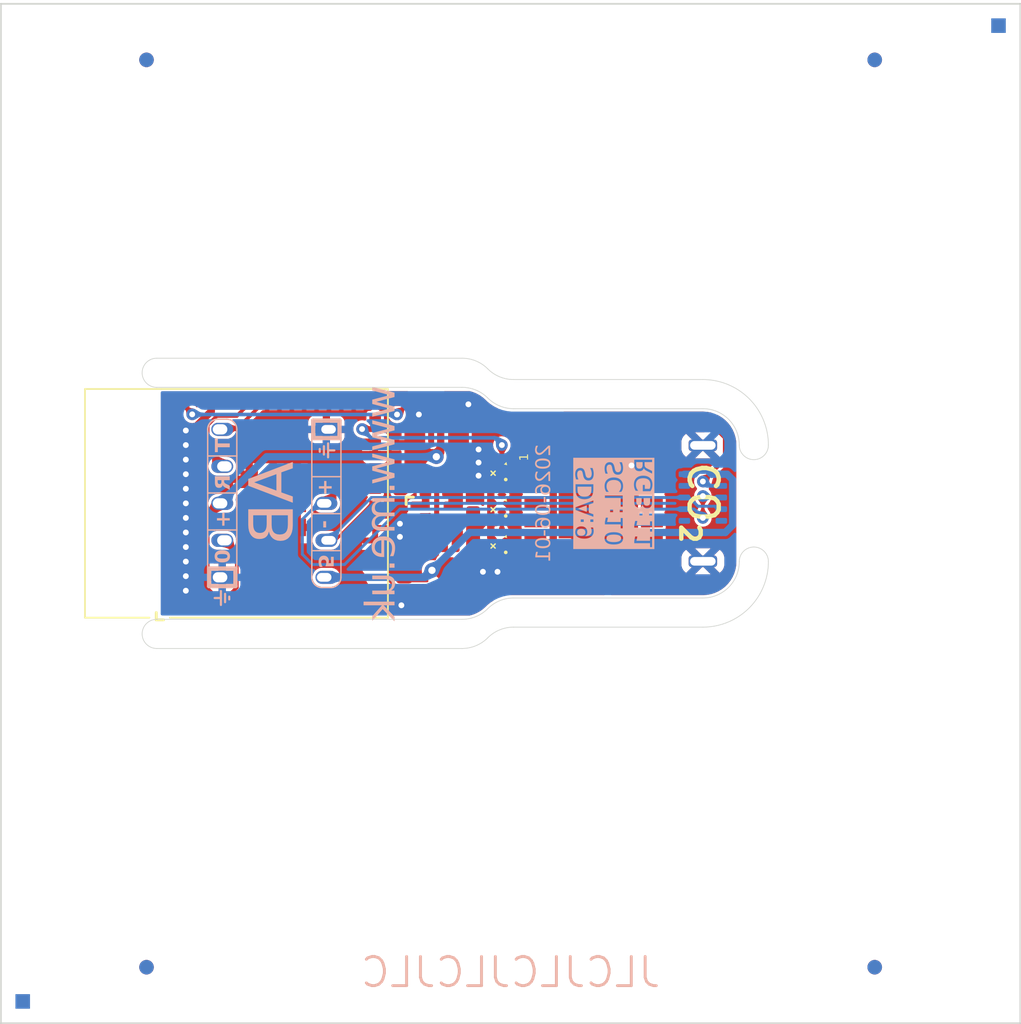
<source format=kicad_pcb>
(kicad_pcb (version 20221018) (generator pcbnew)
  (title_block (title "PCB-USBA") (rev "1") (comment 1 "www.me.uk") (comment 2 "@TheRealRevK"))
  (layers (0 "F.Cu" signal) (31 "B.Cu" signal) (34 "B.Paste" user) (35 "F.Paste" user) (36 "B.SilkS" user "B.Silkscreen") (37 "F.SilkS" user "F.Silkscreen") (38 "B.Mask" user) (39 "F.Mask" user) (44 "Edge.Cuts" user))
  (property "DATE" "2023-06-01")
  (net 0 "")
  (net 1 "Net-(D1-O)")
  (net 2 "GND")
  (net 3 "Net-(U2-EN)")
  (net 4 "D-")
  (net 5 "D+")
  (net 7 "Net-(J2-Rx)")
  (net 8 "Net-(J2-Tx)")
  (net 13 "+3.3V")
  (net 18 "SDA")
  (net 19 "SCL")
  (net 22 "VBUS")
  (net 32 "LED")
  (net 34 "Net-(D2-O)")
  (net 37 "Net-(J2-0)")
  (net 57 "Net-(J1-CC)")
  (footprint "RevK:C_0402" (layer "F.Cu") (at 99.4 100.55)
    (fp_text reference "C5" hide)
    (fp_text value "100nF" hide)
    (pad "1" smd roundrect (at -0.5 0) (size 0.54 0.64) (layers "F.Cu" "F.Paste" "F.Mask") (net 22 "VBUS"))
    (pad "2" smd roundrect (at 0.5 0) (size 0.54 0.64) (layers "F.Cu" "F.Paste" "F.Mask") (net 2 "GND"))
  )
  (footprint "RevK:C_0603_" (layer "F.Cu") (at 97.42 99.12 -90)
    (fp_text reference "C6" hide)
    (fp_text value "10uF 50V")
  )
  (footprint "RevK:SMD1010" (layer "F.Cu") (at 99.4 99.3 135)
    (fp_text reference "D2" hide)
    (fp_text value "XL-1010RGBC-WS2812B" hide)
    (fp_line (start -0.08 -0.73) (end 0.32 -0.73) (stroke (width 0.1)) (layer "F.SilkS"))
    (fp_line (start 0.12 -0.93) (end 0.12 -0.53) (stroke (width 0.1)) (layer "F.SilkS"))
    (fp_circle (center -0.8 -0.425) (end -0.675 -0.425) (fill solid) (layer "F.SilkS"))
    (fp_poly (pts (xy 0.023248 0.214442) (xy 0.023248 0.464442) (xy -0.176752 0.337718)) (fill solid) (layer "F.SilkS"))
    (pad "1" smd rect (at -0.425 -0.425 135) (size 0.45 0.45) (layers "F.Cu" "F.Paste" "F.Mask") (net 34 "Net-(D2-O)"))
    (pad "2" smd rect (at 0.425 -0.425 135) (size 0.45 0.45) (layers "F.Cu" "F.Paste" "F.Mask") (net 22 "VBUS"))
    (pad "3" smd rect (at -0.425 0.425 135) (size 0.45 0.45) (layers "F.Cu" "F.Paste" "F.Mask") (net 2 "GND"))
    (pad "4" smd rect (at 0.425 0.425 135) (size 0.45 0.45) (layers "F.Cu" "F.Paste" "F.Mask") (net 1 "Net-(D1-O)"))
  )
  (footprint "RevK:SOT-23-6-MD8942" (layer "F.Cu") (at 94.925 100.425 180)
    (fp_text reference "U5" hide)
    (fp_text value "MD8942")
    (fp_line (start 1.6 1.55) (end 2.1 1.55) (stroke (width 0.2)) (layer "F.SilkS"))
    (fp_line (start 2.1 1.55) (end 2.1 1.05) (stroke (width 0.2)) (layer "F.SilkS"))
    (pad "1" smd rect (at 0.7625 1.5 180) (size 0.525 0.8) (layers "F.Cu"))
    (pad "1" smd roundrect (at 0.775 2 180) (size 0.8 0.95) (layers "F.Cu" "F.Paste" "F.Mask"))
    (pad "1" smd roundrect (at 1.1375 0.95 180) (size 1.325 0.6) (layers "F.Cu" "F.Paste" "F.Mask"))
    (pad "2" smd roundrect (at 1.1375 0 180) (size 1.325 0.6) (layers "F.Cu" "F.Paste" "F.Mask") (net 2 "GND"))
    (pad "2" smd rect (at 1.8 0 180) (size 0.8 0.6) (layers "F.Cu") (net 2 "GND"))
    (pad "2" smd roundrect (at 2.300001 -1.9 180) (size 0.54 0.64) (layers "F.Cu" "F.Paste" "F.Mask") (net 2 "GND"))
    (pad "2" smd roundrect (at 2.5 -0.72 180) (size 0.95 3) (layers "F.Cu") (net 2 "GND"))
    (pad "2" smd roundrect (at 2.5 0.525 180) (size 0.95 0.8) (layers "F.Cu" "F.Paste" "F.Mask") (net 2 "GND"))
    (pad "3" smd roundrect (at 0.5 -1.9 180) (size 0.54 0.64) (layers "F.Cu" "F.Paste" "F.Mask"))
    (pad "3" smd rect (at 0.625 -1.355 180) (size 0.29 0.89) (layers "F.Cu"))
    (pad "3" smd roundrect (at 1.1375 -0.95 180) (size 1.325 0.6) (layers "F.Cu" "F.Paste" "F.Mask"))
    (pad "3" smd rect (at 1.3 -1.45 180) (size 0.54 1) (layers "F.Cu"))
    (pad "3" smd roundrect (at 1.300001 -1.9 180) (size 0.54 0.64) (layers "F.Cu" "F.Paste" "F.Mask"))
    (pad "4" smd roundrect (at -1.3 -1.9 180) (size 0.54 0.64) (layers "F.Cu" "F.Paste" "F.Mask"))
    (pad "4" smd rect (at -1.3 -1.42 180) (size 0.54 1) (layers "F.Cu"))
    (pad "4" smd roundrect (at -1.1375 -0.95 180) (size 1.325 0.6) (layers "F.Cu" "F.Paste" "F.Mask"))
    (pad "5" smd roundrect (at -2.5 -0.72 180) (size 0.95 3) (layers "F.Cu") (net 22 "VBUS"))
    (pad "5" smd roundrect (at -2.5 0.525 180) (size 0.95 0.8) (layers "F.Cu" "F.Paste" "F.Mask") (net 22 "VBUS"))
    (pad "5" smd roundrect (at -2.3 -1.9 180) (size 0.54 0.64) (layers "F.Cu" "F.Paste" "F.Mask") (net 22 "VBUS"))
    (pad "5" smd rect (at -1.8 0 180) (size 0.8 0.6) (layers "F.Cu") (net 22 "VBUS"))
    (pad "5" smd roundrect (at -1.1375 0 180) (size 1.325 0.6) (layers "F.Cu" "F.Paste" "F.Mask") (net 22 "VBUS"))
    (pad "6" smd rect (at -1.5 4.6 180) (size 1.425 3.7) (layers "F.Cu" "F.Mask"))
    (pad "6" smd rect (at -1.3 1.975 180) (size 1 2) (layers "F.Cu"))
    (pad "6" smd roundrect (at -1.1375 0.95 180) (size 1.325 0.6) (layers "F.Cu" "F.Paste" "F.Mask"))
    (pad "6" smd roundrect (at -0.775 2 180) (size 0.8 0.95) (layers "F.Cu" "F.Paste" "F.Mask"))
    (pad "7" smd roundrect (at -2.69375 4.2 180) (size 0.5625 4.5) (layers "F.Cu") (net 2 "GND"))
    (pad "7" smd roundrect (at -2.5 2.075 180) (size 0.95 0.8) (layers "F.Cu" "F.Paste" "F.Mask") (net 2 "GND"))
    (pad "8" smd roundrect (at -0.5 -1.9 180) (size 0.54 0.64) (layers "F.Cu" "F.Paste" "F.Mask") (net 13 "+3.3V"))
    (pad "8" smd custom (at 0 0.8 180) (size 0.35 3) (layers "F.Cu") (net 13 "+3.3V") (options (clearance outline) (anchor rect)) (primitives (gr_arc (start -0.5 -2.71) (mid -0.129059 -2.154847) (end 0.001198 -1.5) (width 0.35)) (gr_arc (start 1.5 3) (mid 0.43934 2.56066) (end 0 1.5) (width 0.35))))
    (pad "8" smd rect (at 1.5 4.6 180) (size 1.425 3.7) (layers "F.Cu" "F.Mask") (net 13 "+3.3V"))
    (pad "8" smd custom (at 1.8 3.6 180) (size 0.7 2) (layers "F.Cu") (net 13 "+3.3V") (options (clearance outline) (anchor rect)) (primitives (gr_arc (start 0 -1) (mid 0.146447 -1.353553) (end 0.5 -1.5) (width 0.7))))
    (pad "8" smd roundrect (at 2.5 2.075 180) (size 0.95 0.8) (layers "F.Cu" "F.Paste" "F.Mask") (net 13 "+3.3V"))
  )
  (footprint "RevK:C_0603_" (layer "F.Cu") (at 94.92 98.42 180)
    (fp_text reference "C8" hide)
    (fp_text value "100nF")
  )
  (footprint "RevK:C_0402" (layer "F.Cu") (at 92.7 92.3 180)
    (fp_text reference "C3" hide)
    (fp_text value "1uF" hide)
    (pad "1" smd roundrect (at -0.5 0 180) (size 0.54 0.64) (layers "F.Cu" "F.Paste" "F.Mask") (net 3 "Net-(U2-EN)"))
    (pad "2" smd roundrect (at 0.5 0 180) (size 0.54 0.64) (layers "F.Cu" "F.Paste" "F.Mask") (net 2 "GND"))
  )
  (footprint "RevK:SMD1010" (layer "F.Cu") (at 99.4 96.8 135)
    (fp_text reference "D1" hide)
    (fp_text value "XL-1010RGBC-WS2812B" hide)
    (fp_line (start -0.08 -0.73) (end 0.32 -0.73) (stroke (width 0.1)) (layer "F.SilkS"))
    (fp_line (start 0.12 -0.93) (end 0.12 -0.53) (stroke (width 0.1)) (layer "F.SilkS"))
    (fp_circle (center -0.8 -0.425) (end -0.675 -0.425) (fill solid) (layer "F.SilkS"))
    (fp_poly (pts (xy 0.023248 0.214442) (xy 0.023248 0.464442) (xy -0.176752 0.337718)) (fill solid) (layer "F.SilkS"))
    (pad "1" smd rect (at -0.425 -0.425 135) (size 0.45 0.45) (layers "F.Cu" "F.Paste" "F.Mask") (net 1 "Net-(D1-O)"))
    (pad "2" smd rect (at 0.425 -0.425 135) (size 0.45 0.45) (layers "F.Cu" "F.Paste" "F.Mask") (net 22 "VBUS"))
    (pad "3" smd rect (at -0.425 0.425 135) (size 0.45 0.45) (layers "F.Cu" "F.Paste" "F.Mask") (net 2 "GND"))
    (pad "4" smd rect (at 0.425 0.425 135) (size 0.45 0.45) (layers "F.Cu" "F.Paste" "F.Mask") (net 32 "LED"))
  )
  (footprint "RevK:R_0402_" (layer "F.Cu") (at 94.92 102.32 180)
    (fp_text reference "R9" hide)
    (fp_text value "124k" hide)
  )
  (footprint "RevK:VCUT70N" (layer "F.Cu") (at 115.7 99.8 -90)
    (fp_text reference "V2" hide)
    (fp_text value "70")
    (zone (net 0) (net_name "") (layers "F.Cu" "Cmts.User") (connect_pads (clearance 0)) (min_thickness 0.25)
      (keepout (tracks not_allowed) (vias allowed) (pads allowed) (copperpour not_allowed) (footprints allowed))
      (fill (thermal_gap 0.5) (thermal_bridge_width 0.5))
      (polygon (pts (xy 115.5 134.8) (xy 115.9 134.8) (xy 115.9 64.8) (xy 115.5 64.8)))
    )
    (zone (net 0) (net_name "") (layers "B.Cu" "Cmts.User") (connect_pads (clearance 0)) (min_thickness 0.25)
      (keepout (tracks not_allowed) (vias allowed) (pads allowed) (copperpour not_allowed) (footprints allowed))
      (fill (thermal_gap 0.5) (thermal_bridge_width 0.5))
      (polygon (pts (xy 115.5 134.8) (xy 115.9 134.8) (xy 115.9 64.8) (xy 115.5 64.8)))
    )
  )
  (footprint "RevK:R_0402_" (layer "F.Cu") (at 96.72 102.32 180)
    (fp_text reference "R11" hide)
    (fp_text value "1M" hide)
  )
  (footprint "RevK:SCD41" (layer "F.Cu") (at 105.7 99.3)
    (fp_text reference "U3" hide)
    (fp_text value "SCD41-D-R1")
    (fp_text user "1" (at -4.4 -2.9 90 unlocked) (layer "F.SilkS") (effects (font (size 0.6 0.6)) (justify left bottom)))
    (pad "1" smd rect (at -4 -2.5) (size 1.5 0.8) (layers "F.Cu" "F.Paste" "F.Mask"))
    (pad "2" smd rect (at -4 -1.25) (size 1.5 0.8) (layers "F.Cu" "F.Paste" "F.Mask"))
    (pad "3" smd rect (at -4 0) (size 1.5 0.8) (layers "F.Cu" "F.Paste" "F.Mask"))
    (pad "4" smd rect (at -4 1.25) (size 1.5 0.8) (layers "F.Cu" "F.Paste" "F.Mask"))
    (pad "5" smd rect (at -4 2.5) (size 1.5 0.8) (layers "F.Cu" "F.Paste" "F.Mask"))
    (pad "6" smd rect (at -2.5 4 90) (size 1.5 0.8) (layers "F.Cu" "F.Paste" "F.Mask") (net 2 "GND"))
    (pad "7" smd rect (at -1.25 4 90) (size 1.5 0.8) (layers "F.Cu" "F.Paste" "F.Mask") (net 13 "+3.3V"))
    (pad "8" smd rect (at 0 4 90) (size 1.5 0.8) (layers "F.Cu" "F.Paste" "F.Mask"))
    (pad "9" smd rect (at 1.25 4 90) (size 1.5 0.8) (layers "F.Cu" "F.Paste" "F.Mask") (net 19 "SCL"))
    (pad "10" smd rect (at 2.5 4 90) (size 1.5 0.8) (layers "F.Cu" "F.Paste" "F.Mask") (net 18 "SDA"))
    (pad "11" smd rect (at 4 2.5 180) (size 1.5 0.8) (layers "F.Cu" "F.Paste" "F.Mask"))
    (pad "12" smd rect (at 4 1.25 180) (size 1.5 0.8) (layers "F.Cu" "F.Paste" "F.Mask"))
    (pad "13" smd rect (at 4 0 180) (size 1.5 0.8) (layers "F.Cu" "F.Paste" "F.Mask"))
    (pad "14" smd rect (at 4 -1.25 180) (size 1.5 0.8) (layers "F.Cu" "F.Paste" "F.Mask"))
    (pad "15" smd rect (at 4 -2.5 180) (size 1.5 0.8) (layers "F.Cu" "F.Paste" "F.Mask"))
    (pad "16" smd rect (at 2.5 -4 270) (size 1.5 0.8) (layers "F.Cu" "F.Paste" "F.Mask"))
    (pad "17" smd rect (at 1.25 -4 270) (size 1.5 0.8) (layers "F.Cu" "F.Paste" "F.Mask"))
    (pad "18" smd rect (at 0 -4 270) (size 1.5 0.8) (layers "F.Cu" "F.Paste" "F.Mask"))
    (pad "19" smd rect (at -1.25 -4 270) (size 1.5 0.8) (layers "F.Cu" "F.Paste" "F.Mask") (net 13 "+3.3V"))
    (pad "20" smd rect (at -2.5 -4 270) (size 1.5 0.8) (layers "F.Cu" "F.Paste" "F.Mask") (net 2 "GND"))
    (pad "21" smd rect (at -1.2 -1.2) (size 2.4 2.4) (layers "F.Cu" "F.Paste" "F.Mask") (net 2 "GND"))
    (pad "21" smd rect (at -1.2 1.2) (size 2.4 2.4) (layers "F.Cu" "F.Paste" "F.Mask") (net 2 "GND"))
    (pad "21" smd rect (at 1.2 -1.2) (size 2.4 2.4) (layers "F.Cu" "F.Paste" "F.Mask") (net 2 "GND"))
    (pad "21" smd rect (at 1.2 1.2) (size 2.4 2.4) (layers "F.Cu" "F.Paste" "F.Mask") (net 2 "GND"))
  )
  (footprint "RevK:R_0402" (layer "F.Cu") (at 113.2 93.8 180)
    (fp_text reference "R2" hide)
    (fp_text value "5K1" hide)
    (pad "1" smd roundrect (at -0.5 0 180) (size 0.54 0.64) (layers "F.Cu" "F.Paste" "F.Mask") (net 57 "Net-(J1-CC)"))
    (pad "2" smd roundrect (at 0.5 0 180) (size 0.54 0.64) (layers "F.Cu" "F.Paste" "F.Mask") (net 2 "GND"))
  )
  (footprint "RevK:C_0402" (layer "F.Cu") (at 92.1 96.6 90)
    (fp_text reference "C1" hide)
    (fp_text value "100nF" hide)
    (pad "1" smd roundrect (at -0.5 0 90) (size 0.54 0.64) (layers "F.Cu" "F.Paste" "F.Mask") (net 13 "+3.3V"))
    (pad "2" smd roundrect (at 0.5 0 90) (size 0.54 0.64) (layers "F.Cu" "F.Paste" "F.Mask") (net 2 "GND"))
  )
  (footprint "RevK:SMD1010" (layer "F.Cu") (at 99.4 101.8 135)
    (fp_text reference "D3" hide)
    (fp_text value "XL-1010RGBC-WS2812B" hide)
    (fp_line (start -0.08 -0.73) (end 0.32 -0.73) (stroke (width 0.1)) (layer "F.SilkS"))
    (fp_line (start 0.12 -0.93) (end 0.12 -0.53) (stroke (width 0.1)) (layer "F.SilkS"))
    (fp_circle (center -0.8 -0.425) (end -0.675 -0.425) (fill solid) (layer "F.SilkS"))
    (fp_poly (pts (xy 0.023248 0.214442) (xy 0.023248 0.464442) (xy -0.176752 0.337718)) (fill solid) (layer "F.SilkS"))
    (pad "1" smd rect (at -0.425 -0.425 135) (size 0.45 0.45) (layers "F.Cu" "F.Paste" "F.Mask"))
    (pad "2" smd rect (at 0.425 -0.425 135) (size 0.45 0.45) (layers "F.Cu" "F.Paste" "F.Mask") (net 22 "VBUS"))
    (pad "3" smd rect (at -0.425 0.425 135) (size 0.45 0.45) (layers "F.Cu" "F.Paste" "F.Mask") (net 2 "GND"))
    (pad "4" smd rect (at 0.425 0.425 135) (size 0.45 0.45) (layers "F.Cu" "F.Paste" "F.Mask") (net 34 "Net-(D2-O)"))
  )
  (footprint "RevK:C_0603_" (layer "F.Cu") (at 92.42 99.12 90)
    (fp_text reference "C7" hide)
    (fp_text value "10uF 6.3V")
  )
  (footprint "RevK:C_1206" (layer "F.Cu") (at 94.175 103.9)
    (fp_text reference "C10" hide)
    (fp_text value "100uF 6.3V")
    (pad "1" smd roundrect (at -1.475 0) (size 1.15 1.8) (layers "F.Cu" "F.Paste" "F.Mask") (roundrect_rratio 0.2173913043) (net 2 "GND"))
    (pad "2" smd roundrect (at 1.475 0) (size 1.15 1.8) (layers "F.Cu" "F.Paste" "F.Mask") (roundrect_rratio 0.2173913043) (net 22 "VBUS"))
  )
  (footprint "RevK:VCUT70N" (layer "F.Cu") (at 75.7 99.8 90)
    (fp_text reference "V1" hide)
    (fp_text value "70")
    (zone (net 0) (net_name "") (layers "F.Cu" "Cmts.User") (connect_pads (clearance 0)) (min_thickness 0.25)
      (keepout (tracks not_allowed) (vias allowed) (pads allowed) (copperpour not_allowed) (footprints allowed))
      (fill (thermal_gap 0.5) (thermal_bridge_width 0.5))
      (polygon (pts (xy 75.9 64.8) (xy 75.5 64.8) (xy 75.5 134.8) (xy 75.9 134.8)))
    )
    (zone (net 0) (net_name "") (layers "B.Cu" "Cmts.User") (connect_pads (clearance 0)) (min_thickness 0.25)
      (keepout (tracks not_allowed) (vias allowed) (pads allowed) (copperpour not_allowed) (footprints allowed))
      (fill (thermal_gap 0.5) (thermal_bridge_width 0.5))
      (polygon (pts (xy 75.9 64.8) (xy 75.5 64.8) (xy 75.5 134.8) (xy 75.9 134.8)))
    )
  )
  (footprint "RevK:L_4x4_" (layer "F.Cu") (at 94.92 95.82 180)
    (fp_text reference "L2" hide)
    (fp_text value "10uH")
  )
  (footprint "RevK:C_0402" (layer "F.Cu") (at 99.4 98.1)
    (fp_text reference "C4" hide)
    (fp_text value "100nF" hide)
    (pad "1" smd roundrect (at -0.5 0) (size 0.54 0.64) (layers "F.Cu" "F.Paste" "F.Mask") (net 22 "VBUS"))
    (pad "2" smd roundrect (at 0.5 0) (size 0.54 0.64) (layers "F.Cu" "F.Paste" "F.Mask") (net 2 "GND"))
  )
  (footprint "RevK:R_0402" (layer "F.Cu") (at 94.7 92.3 180)
    (fp_text reference "R1" hide)
    (fp_text value "10K" hide)
    (pad "1" smd roundrect (at -0.5 0 180) (size 0.54 0.64) (layers "F.Cu" "F.Paste" "F.Mask") (net 13 "+3.3V"))
    (pad "2" smd roundrect (at 0.5 0 180) (size 0.54 0.64) (layers "F.Cu" "F.Paste" "F.Mask") (net 3 "Net-(U2-EN)"))
  )
  (footprint "RevK:ESP32-S3-MINI-1" (layer "F.Cu") (at 83.7 99.3 90)
    (fp_text reference "U2" hide)
    (fp_text value "ESP32-S3-MINI-1" hide)
    (fp_line (start -8 -8.03) (end -8 -7.53) (stroke (width 0.2)) (layer "F.SilkS"))
    (fp_line (start -7.85 -12.925) (end -7.85 -8.5) (stroke (width 0.12)) (layer "F.SilkS"))
    (fp_line (start -7.85 -12.925) (end 7.85 -12.925) (stroke (width 0.12)) (layer "F.SilkS"))
    (fp_line (start -7.85 -7.1) (end -7.85 7.875) (stroke (width 0.12)) (layer "F.SilkS"))
    (fp_line (start -7.85 7.875) (end 7.85 7.875) (stroke (width 0.12)) (layer "F.SilkS"))
    (fp_line (start -7.5 -8.03) (end -8 -8.03) (stroke (width 0.2)) (layer "F.SilkS"))
    (fp_line (start 7.85 -12.925) (end 7.85 7.875) (stroke (width 0.12)) (layer "F.SilkS"))
    (pad "1" smd rect (at -7 -5.95 180) (size 0.4 0.8) (layers "F.Cu" "F.Paste" "F.Mask") (net 2 "GND"))
    (pad "2" smd rect (at -7 -5.1 180) (size 0.4 0.8) (layers "F.Cu" "F.Paste" "F.Mask") (net 2 "GND"))
    (pad "3" smd rect (at -7 -4.25 180) (size 0.4 0.8) (layers "F.Cu" "F.Paste" "F.Mask") (net 13 "+3.3V"))
    (pad "4" smd rect (at -7 -3.4 180) (size 0.4 0.8) (layers "F.Cu" "F.Paste" "F.Mask") (net 37 "Net-(J2-0)"))
    (pad "5" smd rect (at -7 -2.55 180) (size 0.4 0.8) (layers "F.Cu" "F.Paste" "F.Mask"))
    (pad "6" smd rect (at -7 -1.7 180) (size 0.4 0.8) (layers "F.Cu" "F.Paste" "F.Mask"))
    (pad "7" smd rect (at -7 -0.85 180) (size 0.4 0.8) (layers "F.Cu" "F.Paste" "F.Mask"))
    (pad "8" smd rect (at -7 0 180) (size 0.4 0.8) (layers "F.Cu" "F.Paste" "F.Mask"))
    (pad "9" smd rect (at -7 0.85 180) (size 0.4 0.8) (layers "F.Cu" "F.Paste" "F.Mask"))
    (pad "10" smd rect (at -7 1.7 180) (size 0.4 0.8) (layers "F.Cu" "F.Paste" "F.Mask"))
    (pad "11" smd rect (at -7 2.55 180) (size 0.4 0.8) (layers "F.Cu" "F.Paste" "F.Mask"))
    (pad "12" smd rect (at -7 3.4 180) (size 0.4 0.8) (layers "F.Cu" "F.Paste" "F.Mask"))
    (pad "13" smd rect (at -7 4.25 180) (size 0.4 0.8) (layers "F.Cu" "F.Paste" "F.Mask"))
    (pad "14" smd rect (at -7 5.1 180) (size 0.4 0.8) (layers "F.Cu" "F.Paste" "F.Mask"))
    (pad "15" smd rect (at -7 5.95 180) (size 0.4 0.8) (layers "F.Cu" "F.Paste" "F.Mask"))
    (pad "16" smd rect (at -5.95 7 90) (size 0.4 0.8) (layers "F.Cu" "F.Paste" "F.Mask") (net 18 "SDA"))
    (pad "17" smd rect (at -5.1 7 90) (size 0.4 0.8) (layers "F.Cu" "F.Paste" "F.Mask") (net 19 "SCL"))
    (pad "18" smd rect (at -4.25 7 90) (size 0.4 0.8) (layers "F.Cu" "F.Paste" "F.Mask") (net 2 "GND"))
    (pad "19" smd rect (at -3.4 7 90) (size 0.4 0.8) (layers "F.Cu" "F.Paste" "F.Mask") (net 2 "GND"))
    (pad "20" smd rect (at -2.55 7 90) (size 0.4 0.8) (layers "F.Cu" "F.Paste" "F.Mask") (net 2 "GND"))
    (pad "21" smd rect (at -1.7 7 90) (size 0.4 0.8) (layers "F.Cu" "F.Paste" "F.Mask") (net 2 "GND"))
    (pad "22" smd rect (at -0.85 7 90) (size 0.4 0.8) (layers "F.Cu" "F.Paste" "F.Mask") (net 2 "GND"))
    (pad "23" smd rect (at 0 7 90) (size 0.4 0.8) (layers "F.Cu" "F.Paste" "F.Mask") (net 4 "D-"))
    (pad "24" smd rect (at 0.85 7 90) (size 0.4 0.8) (layers "F.Cu" "F.Paste" "F.Mask") (net 5 "D+"))
    (pad "25" smd rect (at 1.7 7 90) (size 0.4 0.8) (layers "F.Cu" "F.Paste" "F.Mask"))
    (pad "26" smd rect (at 2.55 7 90) (size 0.4 0.8) (layers "F.Cu" "F.Paste" "F.Mask"))
    (pad "27" smd rect (at 3.4 7 90) (size 0.4 0.8) (layers "F.Cu" "F.Paste" "F.Mask") (net 2 "GND"))
    (pad "28" smd rect (at 4.25 7 90) (size 0.4 0.8) (layers "F.Cu" "F.Paste" "F.Mask") (net 2 "GND"))
    (pad "29" smd rect (at 5.1 7 90) (size 0.4 0.8) (layers "F.Cu" "F.Paste" "F.Mask") (net 32 "LED"))
    (pad "30" smd rect (at 5.95 7 90) (size 0.4 0.8) (layers "F.Cu" "F.Paste" "F.Mask"))
    (pad "31" smd rect (at 7 5.95 180) (size 0.4 0.8) (layers "F.Cu" "F.Paste" "F.Mask"))
    (pad "32" smd rect (at 7 5.1 180) (size 0.4 0.8) (layers "F.Cu" "F.Paste" "F.Mask"))
    (pad "33" smd rect (at 7 4.25 180) (size 0.4 0.8) (layers "F.Cu" "F.Paste" "F.Mask"))
    (pad "34" smd rect (at 7 3.4 180) (size 0.4 0.8) (layers "F.Cu" "F.Paste" "F.Mask"))
    (pad "35" smd rect (at 7 2.55 180) (size 0.4 0.8) (layers "F.Cu" "F.Paste" "F.Mask"))
    (pad "36" smd rect (at 7 1.7 180) (size 0.4 0.8) (layers "F.Cu" "F.Paste" "F.Mask"))
    (pad "37" smd rect (at 7 0.85 180) (size 0.4 0.8) (layers "F.Cu" "F.Paste" "F.Mask"))
    (pad "38" smd rect (at 7 0 180) (size 0.4 0.8) (layers "F.Cu" "F.Paste" "F.Mask"))
    (pad "39" smd rect (at 7 -0.85 180) (size 0.4 0.8) (layers "F.Cu" "F.Paste" "F.Mask") (net 8 "Net-(J2-Tx)"))
    (pad "40" smd rect (at 7 -1.7 180) (size 0.4 0.8) (layers "F.Cu" "F.Paste" "F.Mask") (net 7 "Net-(J2-Rx)"))
    (pad "41" smd rect (at 7 -2.55 180) (size 0.4 0.8) (layers "F.Cu" "F.Paste" "F.Mask"))
    (pad "42" smd rect (at 7 -3.4 180) (size 0.4 0.8) (layers "F.Cu" "F.Paste" "F.Mask") (net 2 "GND"))
    (pad "43" smd rect (at 7 -4.25 180) (size 0.4 0.8) (layers "F.Cu" "F.Paste" "F.Mask") (net 2 "GND"))
    (pad "44" smd rect (at 7 -5.1 180) (size 0.4 0.8) (layers "F.Cu" "F.Paste" "F.Mask") (net 2 "GND"))
    (pad "45" smd rect (at 7 -5.95 180) (size 0.4 0.8) (layers "F.Cu" "F.Paste" "F.Mask") (net 3 "Net-(U2-EN)"))
    (pad "46" smd rect (at 5.95 -7 90) (size 0.4 0.8) (layers "F.Cu" "F.Paste" "F.Mask") (net 2 "GND"))
    (pad "47" smd rect (at 5.1 -7 90) (size 0.4 0.8) (layers "F.Cu" "F.Paste" "F.Mask") (net 2 "GND"))
    (pad "48" smd rect (at 4.25 -7 90) (size 0.4 0.8) (layers "F.Cu" "F.Paste" "F.Mask") (net 2 "GND"))
    (pad "49" smd rect (at 3.4 -7 90) (size 0.4 0.8) (layers "F.Cu" "F.Paste" "F.Mask") (net 2 "GND"))
    (pad "50" smd rect (at 2.55 -7 90) (size 0.4 0.8) (layers "F.Cu" "F.Paste" "F.Mask") (net 2 "GND"))
    (pad "51" smd rect (at 1.7 -7 90) (size 0.4 0.8) (layers "F.Cu" "F.Paste" "F.Mask") (net 2 "GND"))
    (pad "52" smd rect (at 0.85 -7 90) (size 0.4 0.8) (layers "F.Cu" "F.Paste" "F.Mask") (net 2 "GND"))
    (pad "53" smd rect (at 0 -7 90) (size 0.4 0.8) (layers "F.Cu" "F.Paste" "F.Mask") (net 2 "GND"))
    (pad "54" smd rect (at -0.85 -7 90) (size 0.4 0.8) (layers "F.Cu" "F.Paste" "F.Mask") (net 2 "GND"))
    (pad "55" smd rect (at -1.7 -7 90) (size 0.4 0.8) (layers "F.Cu" "F.Paste" "F.Mask") (net 2 "GND"))
    (pad "56" smd rect (at -2.55 -7 90) (size 0.4 0.8) (layers "F.Cu" "F.Paste" "F.Mask") (net 2 "GND"))
    (pad "57" smd rect (at -3.4 -7 90) (size 0.4 0.8) (layers "F.Cu" "F.Paste" "F.Mask") (net 2 "GND"))
    (pad "58" smd rect (at -4.25 -7 90) (size 0.4 0.8) (layers "F.Cu" "F.Paste" "F.Mask") (net 2 "GND"))
    (pad "59" smd rect (at -5.1 -7 90) (size 0.4 0.8) (layers "F.Cu" "F.Paste" "F.Mask") (net 2 "GND"))
    (pad "60" smd rect (at -5.95 -7 90) (size 0.4 0.8) (layers "F.Cu" "F.Paste" "F.Mask") (net 2 "GND"))
    (pad "61" smd roundrect (at -1.65 -1.65 90) (size 1.2 1.2) (layers "F.Cu" "F.Paste" "F.Mask") (roundrect_rratio 0) (chamfer_ratio 0.5) (chamfer top_left) (net 2 "GND"))
    (pad "61" smd rect (at -1.65 0 180) (size 1.2 1.2) (layers "F.Cu" "F.Paste" "F.Mask") (net 2 "GND"))
    (pad "61" smd rect (at -1.65 1.65 180) (size 1.2 1.2) (layers "F.Cu" "F.Paste" "F.Mask") (net 2 "GND"))
    (pad "61" smd rect (at 0 -1.65 90) (size 1.2 1.2) (layers "F.Cu" "F.Paste" "F.Mask") (net 2 "GND"))
    (pad "61" smd rect (at 0 0 90) (size 1.2 1.2) (layers "F.Cu" "F.Paste" "F.Mask") (net 2 "GND"))
    (pad "61" smd rect (at 0 1.65 90) (size 1.2 1.2) (layers "F.Cu" "F.Paste" "F.Mask") (net 2 "GND"))
    (pad "61" smd rect (at 1.65 -1.65 90) (size 1.2 1.2) (layers "F.Cu" "F.Paste" "F.Mask") (net 2 "GND"))
    (pad "61" smd rect (at 1.65 0 90) (size 1.2 1.2) (layers "F.Cu" "F.Paste" "F.Mask") (net 2 "GND"))
    (pad "61" smd rect (at 1.65 1.65 90) (size 1.2 1.2) (layers "F.Cu" "F.Paste" "F.Mask") (net 2 "GND"))
    (pad "62" smd rect (at -7 -7 90) (size 0.8 0.8) (layers "F.Cu" "F.Paste" "F.Mask") (net 2 "GND"))
    (pad "63" smd rect (at -7 7 90) (size 0.8 0.8) (layers "F.Cu" "F.Paste" "F.Mask") (net 2 "GND"))
    (pad "64" smd rect (at 7 7 90) (size 0.8 0.8) (layers "F.Cu" "F.Paste" "F.Mask") (net 2 "GND"))
    (pad "65" smd rect (at 7 -7 90) (size 0.8 0.8) (layers "F.Cu" "F.Paste" "F.Mask") (net 2 "GND"))
    (zone (net 0) (net_name "") (layers "F.Cu" "In1.Cu" "In2.Cu" "In3.Cu" "In4.Cu" "In5.Cu" "In6.Cu" "In7.Cu" "In8.Cu" "In9.Cu" "In10.Cu" "In11.Cu" "In12.Cu" "In13.Cu" "In14.Cu" "In15.Cu" "In16.Cu" "In17.Cu" "In18.Cu" "In19.Cu" "In20.Cu" "In21.Cu" "In22.Cu" "In23.Cu" "In24.Cu" "In25.Cu" "In26.Cu" "In27.Cu" "In28.Cu" "In29.Cu" "In30.Cu") (connect_pads (clearance 0)) (min_thickness 0.01)
      (keepout (tracks not_allowed) (vias not_allowed) (pads not_allowed) (copperpour not_allowed) (footprints not_allowed))
      (fill (thermal_gap 0.508) (thermal_bridge_width 0.508))
      (polygon (pts (xy 70.925 107) (xy 70.925 91.6) (xy 75.975 91.6) (xy 75.975 107)))
    )
    (zone (net 0) (net_name "") (layer "B.Cu") (connect_pads (clearance 0)) (min_thickness 0.01)
      (keepout (tracks not_allowed) (vias not_allowed) (pads not_allowed) (copperpour not_allowed) (footprints not_allowed))
      (fill (thermal_gap 0.508) (thermal_bridge_width 0.508))
      (polygon (pts (xy 70.85 107) (xy 70.85 91.6) (xy 75.5 91.6) (xy 75.5 107)))
    )
  )
  (footprint "RevK:R_0402_" (layer "F.Cu") (at 93.12 102.32 180)
    (fp_text reference "R10" hide)
    (fp_text value "39k2" hide)
  )
  (footprint "RevK:C_0402" (layer "F.Cu") (at 92.1 94.7 90)
    (fp_text reference "C2" hide)
    (fp_text value "22uF" hide)
    (pad "1" smd roundrect (at -0.5 0 90) (size 0.54 0.64) (layers "F.Cu" "F.Paste" "F.Mask") (net 13 "+3.3V"))
    (pad "2" smd roundrect (at 0.5 0 90) (size 0.54 0.64) (layers "F.Cu" "F.Paste" "F.Mask") (net 2 "GND"))
  )
  (footprint "RevK:USB-PROG" (layer "B.Cu") (at 87.35 99.3 90)
    (fp_text reference "J3" hide)
    (fp_text value "USB-PROG")
    (fp_text user "⏚" (at 3.6375 0 270 unlocked) (layer "B.SilkS") (effects (justify mirror)))
    (fp_text user "-" (at -1.4425 -0.1 270 unlocked) (layer "B.SilkS") (effects (font (thickness 0.1) bold) (justify mirror)))
    (fp_text user "+" (at 1.0975 -0.1 270 unlocked) (layer "B.SilkS") (effects (font (thickness 0.1) bold) (justify mirror)))
    (fp_text user "5" (at -3.9825 -0.1 270 unlocked) (layer "B.SilkS") (effects (font (thickness 0.1) bold) (justify mirror)))
    (fp_line (start -5.78 0.3) (end -5.78 -0.3) (stroke (width 0.1)) (layer "B.SilkS"))
    (fp_line (start -5.08 1) (end 4.52 1) (stroke (width 0.1)) (layer "B.SilkS"))
    (fp_line (start -3.25 -1) (end -3.25 1) (stroke (width 0.1)) (layer "B.SilkS"))
    (fp_line (start -0.71 -1) (end -0.71 1) (stroke (width 0.1)) (layer "B.SilkS"))
    (fp_line (start 1.83 -1) (end 1.83 1) (stroke (width 0.1)) (layer "B.SilkS"))
    (fp_line (start 4.475 0.905) (end 4.475 -0.905) (stroke (width 0.29)) (layer "B.SilkS"))
    (fp_line (start 4.52 -1) (end -5.08 -1) (stroke (width 0.1)) (layer "B.SilkS"))
    (fp_line (start 4.52 -0.905) (end 5.685 -0.905) (stroke (width 0.29)) (layer "B.SilkS"))
    (fp_line (start 4.55 0.905) (end 5.685 0.905) (stroke (width 0.29)) (layer "B.SilkS"))
    (fp_line (start 5.685 0.905) (end 5.685 -0.905) (stroke (width 0.29)) (layer "B.SilkS"))
    (fp_arc (start -5.78 -0.3) (mid -5.574974 -0.794974) (end -5.08 -1) (stroke (width 0.1)) (layer "B.SilkS"))
    (fp_arc (start -5.08 1) (mid -5.574974 0.794974) (end -5.78 0.3) (stroke (width 0.1)) (layer "B.SilkS"))
    (pad "1" thru_hole oval (at -5.08 -0.15) (size 1.5 0.9) (drill oval 1 0.6 (offset 0.15 0)) (layers "*.Cu" "*.Mask") (net 22 "VBUS"))
    (pad "2" thru_hole oval (at -2.54 0.15) (size 1.5 0.9) (drill oval 1 0.6 (offset -0.15 0)) (layers "*.Cu" "*.Mask") (net 4 "D-"))
    (pad "3" thru_hole oval (at 0 -0.15) (size 1.5 0.9) (drill oval 1 0.6 (offset 0.15 0)) (layers "*.Cu" "*.Mask") (net 5 "D+"))
    (pad "4" thru_hole rect (at 5.08 0.15 180) (size 1.5 0.9) (drill oval 1 0.6 (offset 0.15 0)) (layers "*.Cu" "*.Mask") (net 2 "GND"))
  )
  (footprint "RevK:USB-C-Plug-V" (layer "B.Cu") (at 113.2 99.3 90)
    (fp_text reference "J1" hide)
    (fp_text value "USB-C-Plug-V" hide)
    (pad "A1" smd roundrect (at 2.8 1.27 90) (size 0.4 0.79) (layers "B.Cu" "B.Paste" "B.Mask") (net 2 "GND"))
    (pad "A4" smd roundrect (at 2 1.27 90) (size 0.4 0.79) (layers "B.Cu" "B.Paste" "B.Mask") (net 22 "VBUS"))
    (pad "A5" smd roundrect (at 1.2 1.27 90) (size 0.4 0.79) (layers "B.Cu" "B.Paste" "B.Mask") (net 57 "Net-(J1-CC)"))
    (pad "A6" smd roundrect (at 0.4 1.27 90) (size 0.4 0.79) (layers "B.Cu" "B.Paste" "B.Mask") (net 5 "D+"))
    (pad "A7" smd roundrect (at -0.4 1.27 90) (size 0.4 0.79) (layers "B.Cu" "B.Paste" "B.Mask") (net 4 "D-"))
    (pad "A8" smd roundrect (at -1.2 1.27 90) (size 0.4 0.79) (layers "B.Cu" "B.Paste" "B.Mask"))
    (pad "A9" smd roundrect (at -2 1.27 90) (size 0.4 0.79) (layers "B.Cu" "B.Paste" "B.Mask") (net 22 "VBUS"))
    (pad "A12" smd roundrect (at -2.8 1.27 90) (size 0.4 0.79) (layers "B.Cu" "B.Paste" "B.Mask") (net 2 "GND"))
    (pad "B1" smd roundrect (at -2.8 -1.27 270) (size 0.4 0.79) (layers "B.Cu" "B.Paste" "B.Mask") (net 2 "GND"))
    (pad "B4" smd roundrect (at -2 -1.27 270) (size 0.4 0.79) (layers "B.Cu" "B.Paste" "B.Mask") (net 22 "VBUS"))
    (pad "B5" smd roundrect (at -1.2 -1.27 270) (size 0.4 0.79) (layers "B.Cu" "B.Paste" "B.Mask"))
    (pad "B6" smd roundrect (at -0.4 -1.27 270) (size 0.4 0.79) (layers "B.Cu" "B.Paste" "B.Mask") (net 5 "D+"))
    (pad "B7" smd roundrect (at 0.4 -1.27 270) (size 0.4 0.79) (layers "B.Cu" "B.Paste" "B.Mask") (net 4 "D-"))
    (pad "B8" smd roundrect (at 1.2 -1.27 270) (size 0.4 0.79) (layers "B.Cu" "B.Paste" "B.Mask"))
    (pad "B9" smd roundrect (at 2 -1.27 270) (size 0.4 0.79) (layers "B.Cu" "B.Paste" "B.Mask") (net 22 "VBUS"))
    (pad "B12" smd roundrect (at 2.8 -1.27 270) (size 0.4 0.79) (layers "B.Cu" "B.Paste" "B.Mask") (net 2 "GND"))
    (pad "S1" thru_hole roundrect (at -3.98 0 90) (size 0.79 1.95) (drill oval 0.59 1.75) (layers "*.Cu" "*.Mask") (net 2 "GND"))
    (pad "S2" thru_hole roundrect (at 3.98 0 90) (size 0.79 1.95) (drill oval 0.59 1.75) (layers "*.Cu" "*.Mask") (net 2 "GND"))
  )
  (footprint "RevK:PCB7070" (layer "B.Cu") (at 100 100 180)
    (fp_text reference "PCB1" hide)
    (fp_text value "70x70")
    (fp_text user "JLCJLCJLCJLC" (at 0 -31.5 unlocked) (layer "B.SilkS") (effects (font (size 2 2) (thickness 0.2)) (justify mirror)))
    (fp_rect (start -34 34) (end -33 33) (fill solid) (layer "B.Cu"))
    (fp_rect (start 33 -33) (end 34 -34) (fill solid) (layer "B.Cu"))
    (fp_line (start -35 -35) (end -35 35) (stroke (width 0.12)) (layer "Edge.Cuts"))
    (fp_line (start -35 35) (end 35 35) (stroke (width 0.12)) (layer "Edge.Cuts"))
    (fp_line (start 35 -35) (end -35 -35) (stroke (width 0.12)) (layer "Edge.Cuts"))
    (fp_line (start 35 35) (end 35 -35) (stroke (width 0.12)) (layer "Edge.Cuts"))
    (pad "" np_thru_hole circle (at -33 -33 180) (size 1.1 1.1) (drill 1.1) (layers "F&B.Cu" "*.Mask") (clearance 0.1))
    (pad "" np_thru_hole circle (at -30 -30 180) (size 2 2) (drill 2) (layers "F&B.Cu" "*.Mask") (clearance 0.1))
    (pad "" np_thru_hole circle (at -30 30 180) (size 2 2) (drill 2) (layers "F&B.Cu" "*.Mask") (clearance 0.1))
    (pad "" smd circle (at -25 -31.15 180) (size 1 1) (property pad_prop_fiducial_loc) (layers "F.Cu" "F.Paste" "F.Mask") (clearance 0.5))
    (pad "" smd circle (at -25 -31.15 180) (size 1 1) (property pad_prop_fiducial_loc) (layers "B.Cu" "B.Paste" "B.Mask") (clearance 0.5))
    (pad "" smd circle (at -25 31.15 180) (size 1 1) (property pad_prop_fiducial_loc) (layers "F.Cu" "F.Paste" "F.Mask") (clearance 0.5))
    (pad "" smd circle (at -25 31.15 180) (size 1 1) (property pad_prop_fiducial_loc) (layers "B.Cu" "B.Paste" "B.Mask") (clearance 0.5))
    (pad "" smd circle (at 25 -31.15 180) (size 1 1) (property pad_prop_fiducial_loc) (layers "F.Cu" "F.Paste" "F.Mask") (clearance 0.5))
    (pad "" smd circle (at 25 -31.15 180) (size 1 1) (property pad_prop_fiducial_loc) (layers "B.Cu" "B.Paste" "B.Mask") (clearance 0.5))
    (pad "" smd circle (at 25 31.15 180) (size 1 1) (property pad_prop_fiducial_loc) (layers "F.Cu" "F.Paste" "F.Mask") (clearance 0.5))
    (pad "" smd circle (at 25 31.15 180) (size 1 1) (property pad_prop_fiducial_loc) (layers "B.Cu" "B.Paste" "B.Mask") (clearance 0.5))
    (pad "" np_thru_hole circle (at 30 -30 180) (size 2 2) (drill 2) (layers "F&B.Cu" "*.Mask") (clearance 0.1))
    (pad "" np_thru_hole circle (at 30 30 180) (size 2 2) (drill 2) (layers "F&B.Cu" "*.Mask") (clearance 0.1))
    (pad "" np_thru_hole circle (at 33 33 180) (size 1.1 1.1) (drill 1.1) (layers "F&B.Cu" "*.Mask") (clearance 0.1))
  )
  (footprint "RevK:Shelly" (layer "B.Cu") (at 80.2 99.3 -90)
    (fp_text reference "J2" hide)
    (fp_text value "Shelly" hide)
    (fp_text user "⏚" (at 6.5 -0.025 -270 unlocked) (layer "B.SilkS") (effects (justify mirror)))
    (fp_text user "0" (at 3.6375 -0.1 -270 unlocked) (layer "B.SilkS") (effects (font (thickness 0.1) bold) (justify mirror)))
    (fp_text user "R" (at -1.4425 -0.1 -270 unlocked) (layer "B.SilkS") (effects (font (thickness 0.1) bold) (justify mirror)))
    (fp_text user "+" (at 1.0975 -0.1 -270 unlocked) (layer "B.SilkS") (effects (font (thickness 0.1) bold) (justify mirror)))
    (fp_text user "T" (at -3.9825 -0.1 -270 unlocked) (layer "B.SilkS") (effects (font (thickness 0.1) bold) (justify mirror)))
    (fp_line (start -5.78 0.3) (end -5.78 -0.3) (stroke (width 0.1)) (layer "B.SilkS"))
    (fp_line (start -5.08 1) (end 4.52 1) (stroke (width 0.1)) (layer "B.SilkS"))
    (fp_line (start -3.25 -1) (end -3.25 1) (stroke (width 0.1)) (layer "B.SilkS"))
    (fp_line (start -0.71 -1) (end -0.71 1) (stroke (width 0.1)) (layer "B.SilkS"))
    (fp_line (start 1.83 -1) (end 1.83 1) (stroke (width 0.1)) (layer "B.SilkS"))
    (fp_line (start 4.475 0.905) (end 4.475 -0.905) (stroke (width 0.29)) (layer "B.SilkS"))
    (fp_line (start 4.52 -1) (end -5.08 -1) (stroke (width 0.1)) (layer "B.SilkS"))
    (fp_line (start 4.52 -0.905) (end 5.685 -0.905) (stroke (width 0.29)) (layer "B.SilkS"))
    (fp_line (start 4.55 0.905) (end 5.685 0.905) (stroke (width 0.29)) (layer "B.SilkS"))
    (fp_line (start 5.685 0.905) (end 5.685 -0.905) (stroke (width 0.29)) (layer "B.SilkS"))
    (fp_arc (start -5.78 -0.3) (mid -5.574974 -0.794974) (end -5.08 -1) (stroke (width 0.1)) (layer "B.SilkS"))
    (fp_arc (start -5.08 1) (mid -5.574974 0.794974) (end -5.78 0.3) (stroke (width 0.1)) (layer "B.SilkS"))
    (pad "1" thru_hole rect (at 5.08 0.15) (size 1.5 0.9) (drill oval 1 0.7 (offset 0.15 0)) (layers "*.Cu" "*.Mask") (net 2 "GND"))
    (pad "2" thru_hole oval (at 2.54 -0.15) (size 1.5 0.9) (drill oval 1 0.7 (offset -0.15 0)) (layers "*.Cu" "*.Mask") (net 37 "Net-(J2-0)"))
    (pad "3" thru_hole oval (at 0 0.15) (size 1.5 0.9) (drill oval 1 0.7 (offset 0.15 0)) (layers "*.Cu" "*.Mask") (net 13 "+3.3V"))
    (pad "4" thru_hole oval (at -2.54 -0.15) (size 1.5 0.9) (drill oval 1 0.7 (offset -0.15 0)) (layers "*.Cu" "*.Mask") (net 7 "Net-(J2-Rx)"))
    (pad "5" thru_hole oval (at -5.08 0.15) (size 1.5 0.9) (drill oval 1 0.7 (offset 0.15 0)) (layers "*.Cu" "*.Mask") (net 8 "Net-(J2-Tx)"))
  )
  (gr_arc (start 115.7 103.3) (mid 114.967767 105.067767) (end 113.2 105.8) (stroke (width 0.05)) (layer "Edge.Cuts"))
  (gr_arc (start 100.2 90.8) (mid 99.243291 90.609699) (end 98.432233 90.067767) (stroke (width 0.05)) (layer "Edge.Cuts"))
  (gr_line (start 96.664466 107.264466) (end 75.7 107.264466) (stroke (width 0.05)) (layer "Edge.Cuts"))
  (gr_arc (start 100.2 92.8) (mid 99.243291 92.609699) (end 98.432233 92.067767) (stroke (width 0.05)) (layer "Edge.Cuts"))
  (gr_arc (start 96.664466 89.335534) (mid 97.621175 89.525835) (end 98.432233 90.067767) (stroke (width 0.05)) (layer "Edge.Cuts"))
  (gr_arc (start 117.7 103.3) (mid 116.381981 106.481981) (end 113.2 107.8) (stroke (width 0.05)) (layer "Edge.Cuts"))
  (gr_line (start 96.664466 109.264466) (end 75.7 109.264466) (stroke (width 0.05)) (layer "Edge.Cuts"))
  (gr_arc (start 113.2 90.8) (mid 116.381981 92.118019) (end 117.7 95.3) (stroke (width 0.05)) (layer "Edge.Cuts"))
  (gr_arc (start 98.432233 106.532233) (mid 97.621175 107.074165) (end 96.664466 107.264466) (stroke (width 0.05)) (layer "Edge.Cuts"))
  (gr_arc (start 117.7 95.3) (mid 116.7 96.3) (end 115.7 95.3) (stroke (width 0.05)) (layer "Edge.Cuts"))
  (gr_line (start 113.2 90.8) (end 100.2 90.8) (stroke (width 0.05)) (layer "Edge.Cuts"))
  (gr_arc (start 113.2 92.8) (mid 114.967767 93.532233) (end 115.7 95.3) (stroke (width 0.05)) (layer "Edge.Cuts"))
  (gr_line (start 113.2 107.8) (end 100.2 107.8) (stroke (width 0.05)) (layer "Edge.Cuts"))
  (gr_arc (start 75.7 109.264466) (mid 74.7 108.264466) (end 75.7 107.264466) (stroke (width 0.05)) (layer "Edge.Cuts"))
  (gr_arc (start 96.664466 91.335534) (mid 97.621175 91.525835) (end 98.432233 92.067767) (stroke (width 0.05)) (layer "Edge.Cuts"))
  (gr_line (start 96.664466 91.335534) (end 75.7 91.335534) (stroke (width 0.05)) (layer "Edge.Cuts"))
  (gr_line (start 113.2 105.8) (end 100.2 105.8) (stroke (width 0.05)) (layer "Edge.Cuts"))
  (gr_arc (start 75.7 91.335534) (mid 74.7 90.335534) (end 75.7 89.335534) (stroke (width 0.05)) (layer "Edge.Cuts"))
  (gr_line (start 96.664466 89.335534) (end 75.7 89.335534) (stroke (width 0.05)) (layer "Edge.Cuts"))
  (gr_line (start 113.2 92.8) (end 100.2 92.8) (stroke (width 0.05)) (layer "Edge.Cuts"))
  (gr_arc (start 98.432233 108.532233) (mid 99.243291 107.990302) (end 100.2 107.8) (stroke (width 0.05)) (layer "Edge.Cuts"))
  (gr_arc (start 115.7 103.3) (mid 116.7 102.3) (end 117.7 103.3) (stroke (width 0.05)) (layer "Edge.Cuts"))
  (gr_arc (start 98.432233 108.532233) (mid 97.621175 109.074165) (end 96.664466 109.264466) (stroke (width 0.05)) (layer "Edge.Cuts"))
  (gr_arc (start 98.432233 106.532233) (mid 99.243291 105.990302) (end 100.2 105.8) (stroke (width 0.05)) (layer "Edge.Cuts"))
  (gr_text "AB" (at 83.8 99.3 90) (layer "B.SilkS") (effects (font (size 3 3)) (justify mirror)))
  (gr_text "SDA:9\nSCL:10\nRGB:11" (at 107.2 99.3 90) (layer "B.SilkS" knockout) (effects (font (size 1.2 1.2) (thickness 0.1)) (justify mirror)))
  (gr_text "${CURRENT_DATE}" (at 102.3 99.3 90) (layer "B.SilkS") (effects (font (size 1 1)) (justify mirror)))
  (gr_text "www.me.uk" (at 91.2 99.3 90) (layer "B.SilkS") (effects (font (size 2 2)) (justify mirror)))
  (gr_text "CO₂" (at 113.2 99.3 -90) (layer "F.SilkS") (effects (font (size 2 2) (thickness 0.3))))
  (segment (start 99.4 97.401041) (end 99.4 98.698959) (width 0.2) (layer "F.Cu") (net 1))
  (segment (start 79.45 92.972945) (end 78.122945 94.3) (width 0.5) (layer "F.Cu") (net 2))
  (segment (start 78.122945 94.3) (end 77.7 94.3) (width 0.5) (layer "F.Cu") (net 2))
  (segment (start 79.45 92.3) (end 79.45 92.972945) (width 0.5) (layer "F.Cu") (net 2))
  (segment (start 92.5 106.3) (end 90.7 106.3) (width 0.5) (layer "F.Cu") (net 2))
  (segment (start 77.7 95.3) (end 77.122945 95.3) (width 0.5) (layer "F.Cu") (net 2))
  (segment (start 92.2 92.3) (end 90.7 92.3) (width 0.5) (layer "F.Cu") (net 2))
  (segment (start 77.7 94.722945) (end 77.7 95.3) (width 0.5) (layer "F.Cu") (net 2))
  (segment (start 77.7 94.3) (end 77.7 94.722945) (width 0.5) (layer "F.Cu") (net 2))
  (segment (start 77.122945 95.3) (end 77.372945 95.05) (width 0.5) (layer "F.Cu") (net 2))
  (segment (start 77.372945 95.05) (end 76.7 95.05) (width 0.5) (layer "F.Cu") (net 2))
  (via (at 77.7 102.3) (size 0.8) (drill 0.4) (layers "F.Cu" "B.Cu") (net 2))
  (via (at 77.7 104.3) (size 0.8) (drill 0.4) (layers "F.Cu" "B.Cu") (net 2))
  (via (at 108.3 96.7) (size 0.8) (drill 0.4) (layers "F.Cu" "B.Cu") (net 2))
  (via (at 97.8 95.6) (size 0.8) (drill 0.4) (layers "F.Cu" "B.Cu") (net 2))
  (via (at 92.4 100.7) (size 0.8) (drill 0.4) (layers "F.Cu" "B.Cu") (net 2))
  (via (at 77.7 95.3) (size 0.8) (drill 0.4) (layers "F.Cu" "B.Cu") (net 2))
  (via (at 97.1 92.5) (size 0.8) (drill 0.4) (layers "F.Cu" "B.Cu") (net 2))
  (via (at 77.7 99.3) (size 0.8) (drill 0.4) (layers "F.Cu" "B.Cu") (net 2))
  (via (at 77.7 96.3) (size 0.8) (drill 0.4) (layers "F.Cu" "B.Cu") (net 2))
  (via (at 92.4 101.6) (size 0.8) (drill 0.4) (layers "F.Cu" "B.Cu") (net 2))
  (via (at 97.8 97.4) (size 0.8) (drill 0.4) (layers "F.Cu" "B.Cu") (net 2))
  (via (at 92.5 106.3) (size 0.8) (drill 0.4) (layers "F.Cu" "B.Cu") (net 2))
  (via (at 99.1 104) (size 0.8) (drill 0.4) (layers "F.Cu" "B.Cu") (net 2))
  (via (at 93.7 93.2) (size 0.8) (drill 0.4) (layers "F.Cu" "B.Cu") (net 2))
  (via (at 98.1 104) (size 0.8) (drill 0.4) (layers "F.Cu" "B.Cu") (net 2))
  (via (at 77.7 101.3) (size 0.8) (drill 0.4) (layers "F.Cu" "B.Cu") (net 2))
  (via (at 77.7 100.3) (size 0.8) (drill 0.4) (layers "F.Cu" "B.Cu") (net 2))
  (via (at 77.7 105.3) (size 0.8) (drill 0.4) (layers "F.Cu" "B.Cu") (net 2))
  (via (at 77.7 97.3) (size 0.8) (drill 0.4) (layers "F.Cu" "B.Cu") (net 2))
  (via (at 77.7 103.3) (size 0.8) (drill 0.4) (layers "F.Cu" "B.Cu") (net 2))
  (via (at 77.7 98.3) (size 0.8) (drill 0.4) (layers "F.Cu" "B.Cu") (net 2))
  (via (at 77.7 94.3) (size 0.8) (drill 0.4) (layers "F.Cu" "B.Cu") (net 2))
  (via (at 97.8 96.5) (size 0.8) (drill 0.4) (layers "F.Cu" "B.Cu") (net 2))
  (segment (start 94.2 92.3) (end 93.2 92.3) (width 0.25) (layer "F.Cu") (net 3))
  (segment (start 77.75 92.3) (end 77.75 92.80235) (width 0.25) (layer "F.Cu") (net 3))
  (segment (start 77.75 92.80235) (end 78.137289 93.189639) (width 0.25) (layer "F.Cu") (net 3))
  (segment (start 93.1 92.3) (end 92.2 93.2) (width 0.25) (layer "F.Cu") (net 3))
  (via (at 78.137289 93.189639) (size 0.8) (drill 0.4) (layers "F.Cu" "B.Cu") (net 3))
  (via (at 92.2 93.2) (size 0.8) (drill 0.4) (layers "F.Cu" "B.Cu") (net 3))
  (segment (start 78.14765 93.2) (end 78.137289 93.189639) (width 0.25) (layer "B.Cu") (net 3))
  (segment (start 92.2 93.2) (end 78.14765 93.2) (width 0.25) (layer "B.Cu") (net 3))
  (segment (start 90.5 99.3) (end 87.96 101.84) (width 0.2) (layer "F.Cu") (net 4))
  (segment (start 90.44 98.9) (end 87.5 101.84) (width 0.2) (layer "B.Cu") (net 4))
  (segment (start 112.25962 98.9) (end 111.93 98.9) (width 0.2) (layer "B.Cu") (net 4))
  (segment (start 114.270001 99.500001) (end 112.859621 99.500001) (width 0.2) (layer "B.Cu") (net 4))
  (segment (start 112.859621 99.500001) (end 112.25962 98.9) (width 0.2) (layer "B.Cu") (net 4))
  (segment (start 114.47 99.7) (end 114.270001 99.500001) (width 0.2) (layer "B.Cu") (net 4))
  (segment (start 111.93 98.9) (end 90.44 98.9) (width 0.2) (layer "B.Cu") (net 4))
  (segment (start 88.05 98.45) (end 90.7 98.45) (width 0.2) (layer "F.Cu") (net 5))
  (segment (start 87.2 99.3) (end 88.05 98.45) (width 0.2) (layer "F.Cu") (net 5))
  (segment (start 113.2 100.3) (end 113.2 98.8) (width 0.2) (layer "F.Cu") (net 5))
  (via (at 113.2 100.3) (size 0.8) (drill 0.4) (layers "F.Cu" "B.Cu") (net 5))
  (via (at 113.2 98.8) (size 0.8) (drill 0.4) (layers "F.Cu" "B.Cu") (net 5))
  (segment (start 92.4 99.7) (end 111.93 99.7) (width 0.2) (layer "B.Cu") (net 5))
  (segment (start 111.93 99.7) (end 112.6 99.7) (width 0.2) (layer "B.Cu") (net 5))
  (segment (start 85.7 100.4) (end 85.7 102.8) (width 0.2) (layer "B.Cu") (net 5))
  (segment (start 86.4 103.5) (end 88.6 103.5) (width 0.2) (layer "B.Cu") (net 5))
  (segment (start 112.6 99.7) (end 113.2 100.3) (width 0.2) (layer "B.Cu") (net 5))
  (segment (start 86.8 99.3) (end 85.7 100.4) (width 0.2) (layer "B.Cu") (net 5))
  (segment (start 113.3 98.9) (end 113.2 98.8) (width 0.2) (layer "B.Cu") (net 5))
  (segment (start 85.7 102.8) (end 86.4 103.5) (width 0.2) (layer "B.Cu") (net 5))
  (segment (start 114.47 98.9) (end 113.3 98.9) (width 0.2) (layer "B.Cu") (net 5))
  (segment (start 88.6 103.5) (end 92.4 99.7) (width 0.2) (layer "B.Cu") (net 5))
  (segment (start 82 92.5) (end 81.2 93.3) (width 0.25) (layer "F.Cu") (net 7))
  (segment (start 79.830052 93.3) (end 79.2 93.930051) (width 0.25) (layer "F.Cu") (net 7))
  (segment (start 79.2 95.61) (end 80.35 96.76) (width 0.25) (layer "F.Cu") (net 7))
  (segment (start 79.2 93.930051) (end 79.2 95.61) (width 0.25) (layer "F.Cu") (net 7))
  (segment (start 81.2 93.3) (end 79.830052 93.3) (width 0.25) (layer "F.Cu") (net 7))
  (segment (start 80.05 94.22) (end 81.18 94.22) (width 0.25) (layer "F.Cu") (net 8))
  (segment (start 81.18 94.22) (end 82.85 92.55) (width 0.25) (layer "F.Cu") (net 8))
  (segment (start 80.05 99.3) (end 79.075 100.275) (width 0.5) (layer "F.Cu") (net 13))
  (segment (start 104.45 103.3) (end 104.45 102.65) (width 0.5) (layer "F.Cu") (net 13))
  (segment (start 104.2 96.525) (end 104.45 96.275) (width 0.5) (layer "F.Cu") (net 13))
  (segment (start 104.45 102.65) (end 103.875 102.075) (width 0.5) (layer "F.Cu") (net 13))
  (segment (start 104.45 95.3) (end 104.45 94.65) (width 0.5) (layer "F.Cu") (net 13))
  (segment (start 103.2 93.4) (end 95.2 93.4) (width 0.5) (layer "F.Cu") (net 13))
  (segment (start 95.2 95.8) (end 94.9 96.1) (width 0.5) (layer "F.Cu") (net 13))
  (segment (start 92.8 95.2) (end 93.425 95.825) (width 0.5) (layer "F.Cu") (net 13))
  (segment (start 79.075 100.275) (end 79.075 105.205) (width 0.5) (layer "F.Cu") (net 13))
  (segment (start 94.625 95.825) (end 94.9 96.1) (width 0.5) (layer "F.Cu") (net 13))
  (segment (start 92.1 95.2) (end 92.8 95.2) (width 0.5) (layer "F.Cu") (net 13))
  (segment (start 79.075 105.205) (end 79.45 105.58) (width 0.5) (layer "F.Cu") (net 13))
  (segment (start 104.45 96.275) (end 104.45 95.3) (width 0.5) (layer "F.Cu") (net 13))
  (segment (start 95.2 92.3) (end 95.2 93.4) (width 0.5) (layer "F.Cu") (net 13))
  (segment (start 92.85 97.1) (end 93.125 96.825) (width 0.5) (layer "F.Cu") (net 13))
  (segment (start 102.925 96.525) (end 104.2 96.525) (width 0.5) (layer "F.Cu") (net 13))
  (segment (start 103.875 102.075) (end 102.925 102.075) (width 0.5) (layer "F.Cu") (net 13))
  (segment (start 79.45 105.58) (end 79.45 106.3) (width 0.5) (layer "F.Cu") (net 13))
  (segment (start 92.1 97.1) (end 92.85 97.1) (width 0.5) (layer "F.Cu") (net 13))
  (segment (start 93.425 95.825) (end 94.625 95.825) (width 0.5) (layer "F.Cu") (net 13))
  (segment (start 104.45 94.65) (end 103.2 93.4) (width 0.5) (layer "F.Cu") (net 13))
  (segment (start 102.925 102.075) (end 102.925 96.525) (width 0.5) (layer "F.Cu") (net 13))
  (segment (start 95.2 93.4) (end 95.2 95.8) (width 0.5) (layer "F.Cu") (net 13))
  (via (at 94.9 96.1) (size 1) (drill 0.5) (layers "F.Cu" "B.Cu") (net 13))
  (segment (start 94.9 96.1) (end 83.25 96.1) (width 0.5) (layer "B.Cu") (net 13))
  (segment (start 83.25 96.1) (end 80.05 99.3) (width 0.5) (layer "B.Cu") (net 13))
  (segment (start 90.925 105.475) (end 90.7 105.25) (width 0.25) (layer "F.Cu") (net 18))
  (segment (start 108.2 103.65) (end 106.375 105.475) (width 0.25) (layer "F.Cu") (net 18))
  (segment (start 106.375 105.475) (end 90.925 105.475) (width 0.25) (layer "F.Cu") (net 18))
  (segment (start 106.95 103.3) (end 106.95 104.25) (width 0.25) (layer "F.Cu") (net 19))
  (segment (start 92.160966 105.05) (end 91.510966 104.4) (width 0.25) (layer "F.Cu") (net 19))
  (segment (start 106.15 105.05) (end 92.160966 105.05) (width 0.25) (layer "F.Cu") (net 19))
  (segment (start 106.95 104.25) (end 106.15 105.05) (width 0.25) (layer "F.Cu") (net 19))
  (segment (start 91.510966 104.4) (end 90.7 104.4) (width 0.25) (layer "F.Cu") (net 19))
  (segment (start 98.63986 100.81014) (end 98.9 100.55) (width 0.5) (layer "F.Cu") (net 22))
  (segment (start 98.798959 101.8) (end 98.63986 101.640901) (width 0.5) (layer "F.Cu") (net 22))
  (segment (start 98.63986 100.28986) (end 98.63986 99.459099) (width 0.5) (layer "F.Cu") (net 22))
  (segment (start 94.6 103.9) (end 95.65 103.9) (width 0.5) (layer "F.Cu") (net 22))
  (segment (start 98.63986 99.459099) (end 98.798959 99.3) (width 0.5) (layer "F.Cu") (net 22))
  (segment (start 98.63986 101.640901) (end 98.63986 100.81014) (width 0.5) (layer "F.Cu") (net 22))
  (segment (start 98.63986 98.36014) (end 98.63986 99.140901) (width 0.5) (layer "F.Cu") (net 22))
  (segment (start 95.65 103.9) (end 96.225 103.9) (width 0.5) (layer "F.Cu") (net 22))
  (segment (start 98.63986 99.140901) (end 98.798959 99.3) (width 0.5) (layer "F.Cu") (net 22))
  (segment (start 98.9 98.1) (end 98.63986 98.36014) (width 0.5) (layer "F.Cu") (net 22))
  (segment (start 98.798959 96.8) (end 98.63986 96.959099) (width 0.5) (layer "F.Cu") (net 22))
  (segment (start 98.9 100.55) (end 98.63986 100.28986) (width 0.5) (layer "F.Cu") (net 22))
  (segment (start 98.02 100.55) (end 97.425 101.145) (width 0.5) (layer "F.Cu") (net 22))
  (segment (start 96.225 103.9) (end 97.425 102.7) (width 0.5) (layer "F.Cu") (net 22))
  (segment (start 98.63986 96.959099) (end 98.63986 97.83986) (width 0.5) (layer "F.Cu") (net 22))
  (segment (start 98.63986 97.83986) (end 98.9 98.1) (width 0.5) (layer "F.Cu") (net 22))
  (segment (start 98.9 100.55) (end 98.02 100.55) (width 0.5) (layer "F.Cu") (net 22))
  (segment (start 97.425 102.7) (end 97.425 101.145) (width 0.5) (layer "F.Cu") (net 22))
  (via (at 94.6 103.9) (size 1) (drill 0.5) (layers "F.Cu" "B.Cu") (net 22))
  (segment (start 115.24 100.799522) (end 114.739522 101.3) (width 0.5) (layer "B.Cu") (net 22))
  (segment (start 114.864999 97.3) (end 115.24 97.675001) (width 0.5) (layer "B.Cu") (net 22))
  (segment (start 114.47 97.3) (end 114.864999 97.3) (width 0.5) (layer "B.Cu") (net 22))
  (segment (start 94.6 103.9) (end 94.12 104.38) (width 0.5) (layer "B.Cu") (net 22))
  (segment (start 111.93 97.3) (end 112.603984 97.3) (width 0.5) (layer "B.Cu") (net 22))
  (segment (start 114.739522 101.3) (end 114.47 101.3) (width 0.5) (layer "B.Cu") (net 22))
  (segment (start 111.93 101.3) (end 97.2 101.3) (width 0.5) (layer "B.Cu") (net 22))
  (segment (start 97.2 101.3) (end 94.6 103.9) (width 0.5) (layer "B.Cu") (net 22))
  (segment (start 113.521016 97.025) (end 113.796016 97.3) (width 0.5) (layer "B.Cu") (net 22))
  (segment (start 113.796016 97.3) (end 114.47 97.3) (width 0.5) (layer "B.Cu") (net 22))
  (segment (start 112.603984 97.3) (end 112.878984 97.025) (width 0.5) (layer "B.Cu") (net 22))
  (segment (start 114.47 101.3) (end 111.93 101.3) (width 0.5) (layer "B.Cu") (net 22))
  (segment (start 115.24 97.675001) (end 115.24 100.799522) (width 0.5) (layer "B.Cu") (net 22))
  (segment (start 94.12 104.38) (end 87.2 104.38) (width 0.5) (layer "B.Cu") (net 22))
  (segment (start 112.878984 97.025) (end 113.521016 97.025) (width 0.5) (layer "B.Cu") (net 22))
  (segment (start 99.4 96.198959) (end 99.4 95.3) (width 0.25) (layer "F.Cu") (net 32))
  (segment (start 89.8 94.2) (end 90.7 94.2) (width 0.25) (layer "F.Cu") (net 32))
  (via (at 99.4 95.3) (size 0.8) (drill 0.4) (layers "F.Cu" "B.Cu") (net 32))
  (via (at 89.8 94.2) (size 0.8) (drill 0.4) (layers "F.Cu" "B.Cu") (net 32))
  (segment (start 89.8 94.2) (end 90.4 94.8) (width 0.25) (layer "B.Cu") (net 32))
  (segment (start 98.9 94.8) (end 99.4 95.3) (width 0.25) (layer "B.Cu") (net 32))
  (segment (start 90.4 94.8) (end 98.9 94.8) (width 0.25) (layer "B.Cu") (net 32))
  (segment (start 99.4 99.901041) (end 99.4 101.198959) (width 0.2) (layer "F.Cu") (net 34))
  (segment (start 80.3 105.98) (end 80.3 106.3) (width 0.25) (layer "F.Cu") (net 37))
  (segment (start 80.35 101.84) (end 81.2 102.69) (width 0.25) (layer "F.Cu") (net 37))
  (segment (start 81.2 102.69) (end 81.2 105.08) (width 0.25) (layer "F.Cu") (net 37))
  (segment (start 81.2 105.08) (end 80.3 105.98) (width 0.25) (layer "F.Cu") (net 37))
  (segment (start 114.7 96.3) (end 114.7 94.8) (width 0.25) (layer "F.Cu") (net 57))
  (segment (start 113.2 97.8) (end 114.7 96.3) (width 0.25) (layer "F.Cu") (net 57))
  (segment (start 114.7 94.8) (end 113.7 93.8) (width 0.25) (layer "F.Cu") (net 57))
  (via (at 113.2 97.8) (size 0.8) (drill 0.4) (layers "F.Cu" "B.Cu") (net 57))
  (segment (start 114.47 98.1) (end 113.5 98.1) (width 0.25) (layer "B.Cu") (net 57))
  (segment (start 113.5 98.1) (end 113.2 97.8) (width 0.25) (layer "B.Cu") (net 57))
  (zone (net 2) (net_name "GND") (layers "F&B.Cu") (connect_pads thru_hole_only (clearance 0.2)) (min_thickness 0.2) (fill yes (thermal_gap 0.5) (thermal_bridge_width 0.5))
    (polygon (pts (xy 115.6 91.6) (xy 115.6 107) (xy 75.975 107) (xy 75.975 91.6)))
  )
)
</source>
